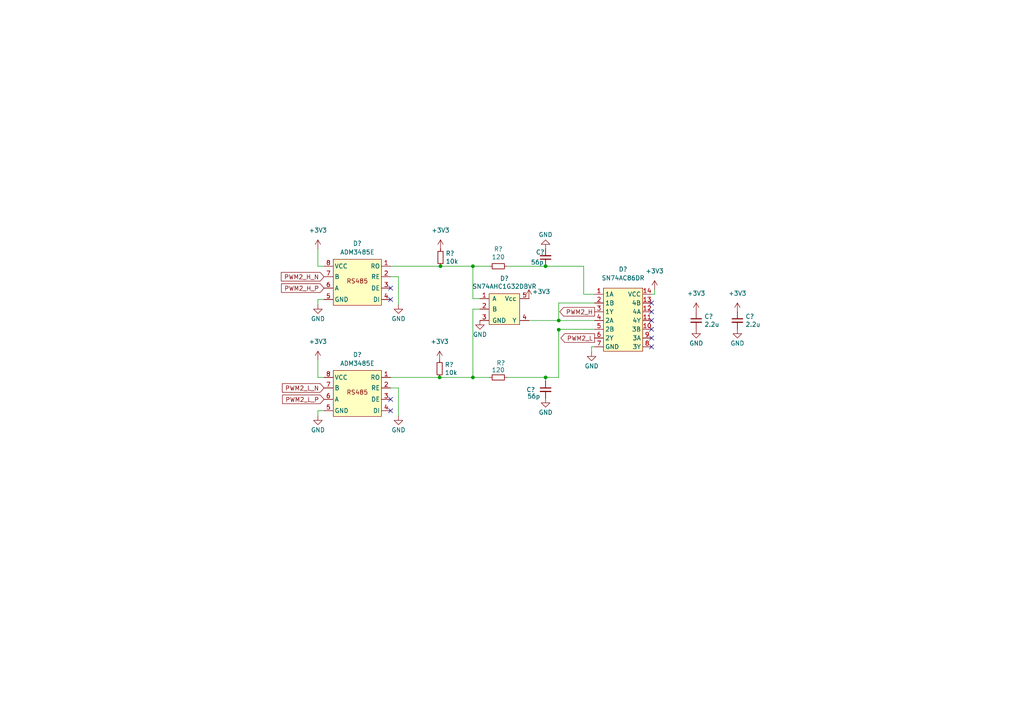
<source format=kicad_sch>
(kicad_sch (version 20211123) (generator eeschema)
  (paper "A4")
  (lib_symbols
    (symbol "Device:C_Small" (pin_numbers hide) (pin_names (offset 0.254) hide)
      (property "Reference" "C" (at 0.254 1.778 0))
      (property "Value" "C_Small" (at 0.254 -2.032 0))
      (symbol "C_Small_0_1"
        (polyline (pts (xy -1.524 -0.508) (xy 1.524 -0.508)) (stroke (width 0.3302)))
        (polyline (pts (xy -1.524 0.508) (xy 1.524 0.508)) (stroke (width 0.3048)))
      )
      (symbol "C_Small_1_1"
        (pin passive line (at 0 2.54 270) (length 2.032) (name "~") (number "1"))
        (pin passive line (at 0 -2.54 90) (length 2.032) (name "~") (number "2"))
      )
    )
    (symbol "Device:R_Small" (pin_numbers hide) (pin_names (offset 0.254) hide)
      (property "Reference" "R" (at 0.762 0.508 0))
      (property "Value" "R_Small" (at 0.762 -1.016 0))
      (symbol "R_Small_0_1"
        (rectangle (start -0.762 1.778) (end 0.762 -1.778) (stroke (width 0.2032)))
      )
      (symbol "R_Small_1_1"
        (pin passive line (at 0 2.54 270) (length 0.762) (name "~") (number "1"))
        (pin passive line (at 0 -2.54 90) (length 0.762) (name "~") (number "2"))
      )
    )
    (symbol "Interface_My:ADM3485E"
      (property "Reference" "D" (at 0 0.635 0))
      (property "Value" "ADM3485E" (at 0 -1.27 0))
      (symbol "ADM3485E_0_0"
        (rectangle (start -6.985 -2.54) (end 6.985 -15.875) (fill (type background)))
        (text "RS485" (at 0 -8.89 0) (effects (font (size 1.27 1.27))))
      )
      (symbol "ADM3485E_1_1"
        (pin input line (at -9.652 -4.572 0) (length 2.54) (name "RO") (number "1"))
        (pin input line (at -9.652 -7.62 0) (length 2.54) (name "RE") (number "2"))
        (pin input line (at -9.652 -10.922 0) (length 2.54) (name "DE") (number "3"))
        (pin input line (at -9.652 -14.224 0) (length 2.54) (name "DI") (number "4"))
        (pin input line (at 9.652 -14.224 180) (length 2.54) (name "GND") (number "5"))
        (pin input line (at 9.652 -10.922 180) (length 2.54) (name "A") (number "6"))
        (pin input line (at 9.652 -7.62 180) (length 2.54) (name "B") (number "7"))
        (pin input line (at 9.652 -4.572 180) (length 2.54) (name "VCC") (number "8"))
      )
    )
    (symbol "Logic:SN74AHC1G86DBVR" (pin_names (offset 1.016))
      (property "Reference" "D" (at 0 0 0))
      (property "Value" "SN74AHC1G86DBVR" (at 0 -1.905 0))
      (symbol "SN74AHC1G86DBVR_0_1"
        (rectangle (start -4.445 -4.445) (end 4.445 -13.335) (fill (type background)))
      )
      (symbol "SN74AHC1G86DBVR_1_1"
        (pin input line (at -7.112 -5.842 0) (length 2.54) (name "A") (number "1"))
        (pin input line (at -7.112 -8.89 0) (length 2.54) (name "B") (number "2"))
        (pin input line (at -7.112 -12.192 0) (length 2.54) (name "GND") (number "3"))
        (pin input line (at 7.112 -12.192 180) (length 2.54) (name "Y") (number "4"))
        (pin input line (at 7.112 -5.842 180) (length 2.54) (name "Vcc") (number "5"))
      )
    )
    (symbol "Logic_My:SN74AC86DR"
      (property "Reference" "D" (at 0 3.556 0))
      (property "Value" "SN74AC86DR" (at 0 1.27 0))
      (symbol "SN74AC86DR_0_1"
        (rectangle (start -5.588 0) (end 5.842 -18.288) (fill (type background)))
      )
      (symbol "SN74AC86DR_1_1"
        (pin input line (at -8.128 -1.778 0) (length 2.54) (name "1A") (number "1"))
        (pin input line (at 8.382 -11.938 180) (length 2.54) (name "3B") (number "10"))
        (pin input line (at 8.382 -9.398 180) (length 2.54) (name "4Y") (number "11"))
        (pin input line (at 8.382 -6.858 180) (length 2.54) (name "4A") (number "12"))
        (pin input line (at 8.382 -4.318 180) (length 2.54) (name "4B") (number "13"))
        (pin input line (at 8.382 -1.778 180) (length 2.54) (name "VCC") (number "14"))
        (pin input line (at -8.128 -4.318 0) (length 2.54) (name "1B") (number "2"))
        (pin input line (at -8.128 -6.858 0) (length 2.54) (name "1Y") (number "3"))
        (pin input line (at -8.128 -9.398 0) (length 2.54) (name "2A") (number "4"))
        (pin input line (at -8.128 -11.938 0) (length 2.54) (name "2B") (number "5"))
        (pin input line (at -8.128 -14.478 0) (length 2.54) (name "2Y") (number "6"))
        (pin input line (at -8.128 -17.018 0) (length 2.54) (name "GND") (number "7"))
        (pin input line (at 8.382 -17.018 180) (length 2.54) (name "3Y") (number "8"))
        (pin input line (at 8.382 -14.478 180) (length 2.54) (name "3A") (number "9"))
      )
    )
    (symbol "power:+3.3V" (power) (pin_names (offset 0))
      (property "Value" "+3.3V" (at 0 3.556 0))
      (symbol "+3.3V_0_1"
        (polyline (pts (xy -0.762 1.27) (xy 0 2.54)))
        (polyline (pts (xy 0 0) (xy 0 2.54)))
        (polyline (pts (xy 0 2.54) (xy 0.762 1.27)))
      )
      (symbol "+3.3V_1_1"
        (pin power_in line (at 0 0 90) (length 0) hide (name "+3V3") (number "1"))
      )
    )
    (symbol "power:GND" (power) (pin_names (offset 0))
      (property "Value" "GND" (at 0 -3.81 0))
      (symbol "GND_0_1"
        (polyline (pts (xy 0 0) (xy 0 -1.27) (xy 1.27 -1.27) (xy 0 -2.54) (xy -1.27 -1.27) (xy 0 -1.27)))
      )
      (symbol "GND_1_1"
        (pin power_in line (at 0 0 270) (length 0) hide (name "GND") (number "1"))
      )
    )
  )
  (junction (at 137.16 77.216))
  (junction (at 162.052 95.631))
  (junction (at 127.508 109.474))
  (junction (at 162.052 92.964))
  (junction (at 127.762 77.216))
  (junction (at 137.16 109.474))
  (junction (at 158.242 77.216))
  (junction (at 158.242 109.474))
  (no_connect (at 188.976 100.584))
  (no_connect (at 113.284 86.868))
  (no_connect (at 188.976 98.044))
  (no_connect (at 113.284 115.824))
  (no_connect (at 188.976 92.964))
  (no_connect (at 188.976 87.884))
  (no_connect (at 188.976 90.424))
  (no_connect (at 113.284 83.566))
  (no_connect (at 188.976 95.504))
  (no_connect (at 113.284 119.126))
  (wire (pts (xy 92.202 104.394) (xy 92.202 109.474)))
  (wire (pts (xy 147.066 77.216) (xy 158.242 77.216)))
  (wire (pts (xy 162.052 87.884) (xy 172.466 87.884)))
  (wire (pts (xy 162.052 95.504) (xy 162.052 95.631)))
  (wire (pts (xy 92.202 119.126) (xy 92.202 120.65)))
  (wire (pts (xy 93.98 86.868) (xy 92.202 86.868)))
  (wire (pts (xy 147.066 109.474) (xy 158.242 109.474)))
  (wire (pts (xy 162.052 92.964) (xy 162.052 87.884)))
  (wire (pts (xy 171.577 102.108) (xy 171.577 100.584)))
  (wire (pts (xy 189.865 85.344) (xy 188.976 85.344)))
  (wire (pts (xy 113.284 112.522) (xy 115.57 112.522)))
  (wire (pts (xy 137.16 109.474) (xy 141.986 109.474)))
  (wire (pts (xy 158.242 109.474) (xy 158.242 110.49)))
  (wire (pts (xy 92.202 72.136) (xy 92.202 77.216)))
  (wire (pts (xy 113.284 80.264) (xy 115.57 80.264)))
  (wire (pts (xy 92.202 86.868) (xy 92.202 88.392)))
  (wire (pts (xy 172.466 95.504) (xy 162.052 95.504)))
  (wire (pts (xy 113.284 77.216) (xy 127.762 77.216)))
  (wire (pts (xy 113.284 109.474) (xy 127.508 109.474)))
  (wire (pts (xy 137.16 86.614) (xy 137.16 77.216)))
  (wire (pts (xy 172.466 85.344) (xy 169.291 85.344)))
  (wire (pts (xy 137.16 86.614) (xy 139.192 86.614)))
  (wire (pts (xy 162.052 92.964) (xy 172.466 92.964)))
  (wire (pts (xy 92.202 77.216) (xy 93.98 77.216)))
  (wire (pts (xy 153.416 92.964) (xy 162.052 92.964)))
  (wire (pts (xy 169.291 77.216) (xy 169.291 85.344)))
  (wire (pts (xy 171.577 100.584) (xy 172.466 100.584)))
  (wire (pts (xy 189.865 83.947) (xy 189.865 85.344)))
  (wire (pts (xy 162.052 109.474) (xy 158.242 109.474)))
  (wire (pts (xy 137.16 89.662) (xy 137.16 109.474)))
  (wire (pts (xy 92.202 109.474) (xy 93.98 109.474)))
  (wire (pts (xy 115.57 80.264) (xy 115.57 88.392)))
  (wire (pts (xy 141.986 77.216) (xy 137.16 77.216)))
  (wire (pts (xy 162.052 95.631) (xy 162.052 109.474)))
  (wire (pts (xy 127.508 109.474) (xy 137.16 109.474)))
  (wire (pts (xy 115.57 112.522) (xy 115.57 120.65)))
  (wire (pts (xy 139.192 89.662) (xy 137.16 89.662)))
  (wire (pts (xy 137.16 77.216) (xy 127.762 77.216)))
  (wire (pts (xy 158.242 77.216) (xy 169.291 77.216)))
  (wire (pts (xy 93.98 119.126) (xy 92.202 119.126)))
  (global_label "PWM2_H" (shape output) (at 172.466 90.424 180) (property "Intersheet References" "${INTERSHEET_REFS}" (effects hide)))
  (global_label "PWM2_L_P" (shape input) (at 93.98 115.824 180) (property "Intersheet References" "${INTERSHEET_REFS}" (effects hide)))
  (global_label "PWM2_H_P" (shape input) (at 93.98 83.566 180) (property "Intersheet References" "${INTERSHEET_REFS}" (effects hide)))
  (global_label "PWM2_H_N" (shape input) (at 93.98 80.264 180) (property "Intersheet References" "${INTERSHEET_REFS}" (effects hide)))
  (global_label "PWM2_L" (shape output) (at 172.466 98.044 180) (property "Intersheet References" "${INTERSHEET_REFS}" (effects hide)))
  (global_label "PWM2_L_N" (shape input) (at 93.98 112.522 180) (property "Intersheet References" "${INTERSHEET_REFS}" (effects hide)))
  (symbol (lib_id "Device:C_Small") (at 201.93 92.964 0) (unit 1)
    (property "Reference" "C?" (at 204.2668 91.7956 0) (effects (justify left)))
    (property "Value" "2.2u" (at 204.2668 94.107 0) (effects (justify left)))
    (property "Footprint" "Capacitor_SMD:C_0805_2012Metric_Pad1.18x1.45mm_HandSolder" (effects hide))
  )
  (symbol (lib_id "power:GND") (at 213.868 95.504 0) (unit 1)
    (property "Reference" "#PWR?" (effects hide))
    (property "Value" "GND" (at 211.836 99.568 0) (effects (justify left)))
  )
  (symbol (lib_id "Interface_My:ADM3485E") (at 103.632 72.644 0) (mirror y) (unit 1)
    (property "Reference" "D?" (at 103.632 70.612 0))
    (property "Value" "ADM3485E" (at 103.632 73.152 0))
    (property "Footprint" "Package_SO:SOP-8_3.9x4.9mm_P1.27mm" (effects hide))
  )
  (symbol (lib_id "power:GND") (at 201.93 95.504 0) (unit 1)
    (property "Reference" "#PWR?" (effects hide))
    (property "Value" "GND" (at 199.898 99.568 0) (effects (justify left)))
  )
  (symbol (lib_id "power:GND") (at 92.202 88.392 0) (unit 1)
    (property "Reference" "#PWR?" (effects hide))
    (property "Value" "GND" (at 90.17 92.456 0) (effects (justify left)))
  )
  (symbol (lib_id "Device:C_Small") (at 158.242 74.676 180) (unit 1)
    (property "Reference" "C?" (at 157.988 73.152 0) (effects (justify left)))
    (property "Value" "56p" (at 157.734 76.073 0) (effects (justify left)))
    (property "Footprint" "Capacitor_SMD:C_0805_2012Metric_Pad1.18x1.45mm_HandSolder" (effects hide))
  )
  (symbol (lib_id "Logic_My:SN74AC86DR") (at 180.594 83.566 0) (unit 1)
    (property "Reference" "D?" (at 180.721 78.105 0))
    (property "Value" "SN74AC86DR" (at 180.721 80.645 0))
    (property "Footprint" "Package_SO:SOIC-14_3.9x8.7mm_P1.27mm" (effects hide))
  )
  (symbol (lib_id "Device:R_Small") (at 144.526 109.474 90) (unit 1)
    (property "Reference" "R?" (at 146.558 105.283 90) (effects (justify left)))
    (property "Value" "120" (at 146.431 107.315 90) (effects (justify left)))
    (property "Footprint" "Resistor_SMD:R_0805_2012Metric_Pad1.20x1.40mm_HandSolder" (effects hide))
  )
  (symbol (lib_id "Device:R_Small") (at 127.762 74.676 0) (unit 1)
    (property "Reference" "R?" (at 129.2606 73.5076 0) (effects (justify left)))
    (property "Value" "10k" (at 129.2606 75.819 0) (effects (justify left)))
    (property "Footprint" "Resistor_SMD:R_0805_2012Metric_Pad1.20x1.40mm_HandSolder" (effects hide))
  )
  (symbol (lib_id "power:+3.3V") (at 189.865 83.947 0) (unit 1)
    (property "Reference" "#PWR?" (effects hide))
    (property "Value" "+3.3V" (at 189.865 78.613 0))
  )
  (symbol (lib_id "Device:C_Small") (at 158.242 113.03 0) (unit 1)
    (property "Reference" "C?" (at 152.654 113.03 0) (effects (justify left)))
    (property "Value" "56p" (at 152.908 114.935 0) (effects (justify left)))
    (property "Footprint" "Capacitor_SMD:C_0805_2012Metric_Pad1.18x1.45mm_HandSolder" (effects hide))
  )
  (symbol (lib_id "power:+3.3V") (at 153.416 86.614 0) (unit 1)
    (property "Reference" "#PWR?" (effects hide))
    (property "Value" "+3.3V" (at 156.972 84.582 0))
  )
  (symbol (lib_id "Device:R_Small") (at 127.508 106.934 0) (unit 1)
    (property "Reference" "R?" (at 129.0066 105.7656 0) (effects (justify left)))
    (property "Value" "10k" (at 129.0066 108.077 0) (effects (justify left)))
    (property "Footprint" "Resistor_SMD:R_0805_2012Metric_Pad1.20x1.40mm_HandSolder" (effects hide))
  )
  (symbol (lib_id "Device:R_Small") (at 144.526 77.216 90) (unit 1)
    (property "Reference" "R?" (at 144.526 72.2376 90))
    (property "Value" "120" (at 144.526 74.549 90))
    (property "Footprint" "Resistor_SMD:R_0805_2012Metric_Pad1.20x1.40mm_HandSolder" (effects hide))
  )
  (symbol (lib_id "power:GND") (at 115.57 88.392 0) (unit 1)
    (property "Reference" "#PWR?" (effects hide))
    (property "Value" "GND" (at 113.538 92.456 0) (effects (justify left)))
  )
  (symbol (lib_id "power:GND") (at 158.242 115.57 0) (unit 1)
    (property "Reference" "#PWR?" (effects hide))
    (property "Value" "GND" (at 156.21 119.634 0) (effects (justify left)))
  )
  (symbol (lib_id "power:+3.3V") (at 92.202 72.136 0) (unit 1)
    (property "Reference" "#PWR?" (effects hide))
    (property "Value" "+3.3V" (at 92.202 66.802 0))
  )
  (symbol (lib_id "power:GND") (at 115.57 120.65 0) (unit 1)
    (property "Reference" "#PWR?" (effects hide))
    (property "Value" "GND" (at 113.538 124.714 0) (effects (justify left)))
  )
  (symbol (lib_id "Interface_My:ADM3485E") (at 103.632 104.902 0) (mirror y) (unit 1)
    (property "Reference" "D?" (at 103.632 102.87 0))
    (property "Value" "ADM3485E" (at 103.632 105.41 0))
    (property "Footprint" "Package_SO:SOP-8_3.9x4.9mm_P1.27mm" (effects hide))
  )
  (symbol (lib_id "power:GND") (at 158.242 72.136 180) (unit 1)
    (property "Reference" "#PWR?" (effects hide))
    (property "Value" "GND" (at 160.274 68.072 0) (effects (justify left)))
  )
  (symbol (lib_id "power:+3.3V") (at 127.508 104.394 0) (unit 1)
    (property "Reference" "#PWR?" (effects hide))
    (property "Value" "+3.3V" (at 127.508 99.06 0))
  )
  (symbol (lib_id "power:GND") (at 92.202 120.65 0) (unit 1)
    (property "Reference" "#PWR?" (effects hide))
    (property "Value" "GND" (at 90.17 124.714 0) (effects (justify left)))
  )
  (symbol (lib_id "power:+3.3V") (at 213.868 90.424 0) (unit 1)
    (property "Reference" "#PWR?" (effects hide))
    (property "Value" "+3.3V" (at 213.868 85.09 0))
  )
  (symbol (lib_id "power:+3.3V") (at 127.762 72.136 0) (unit 1)
    (property "Reference" "#PWR?" (effects hide))
    (property "Value" "+3.3V" (at 127.762 66.802 0))
  )
  (symbol (lib_id "power:+3.3V") (at 92.202 104.394 0) (unit 1)
    (property "Reference" "#PWR?" (effects hide))
    (property "Value" "+3.3V" (at 92.202 99.06 0))
  )
  (symbol (lib_id "power:GND") (at 139.192 92.964 0) (unit 1)
    (property "Reference" "#PWR?" (effects hide))
    (property "Value" "GND" (at 137.16 97.028 0) (effects (justify left)))
  )
  (symbol (lib_id "power:+3.3V") (at 201.93 90.424 0) (unit 1)
    (property "Reference" "#PWR?" (effects hide))
    (property "Value" "+3.3V" (at 201.93 85.09 0))
  )
  (symbol (lib_id "Device:C_Small") (at 213.868 92.964 0) (unit 1)
    (property "Reference" "C?" (at 216.2048 91.7956 0) (effects (justify left)))
    (property "Value" "2.2u" (at 216.2048 94.107 0) (effects (justify left)))
    (property "Footprint" "Capacitor_SMD:C_0805_2012Metric_Pad1.18x1.45mm_HandSolder" (effects hide))
  )
  (symbol (lib_id "power:GND") (at 171.577 102.108 0) (unit 1)
    (property "Reference" "#PWR?" (effects hide))
    (property "Value" "GND" (at 169.545 106.172 0) (effects (justify left)))
  )
  (symbol (lib_id "Logic:SN74AHC1G86DBVR") (at 146.304 80.772 0) (unit 1)
    (property "Reference" "D?" (at 146.304 80.772 0))
    (property "Value" "SN74AHC1G32DBVR" (at 146.304 83.0834 0))
    (property "Footprint" "Package_TO_SOT_SMD:SOT-23-5_HandSoldering" (effects hide))
  )
)
</source>
